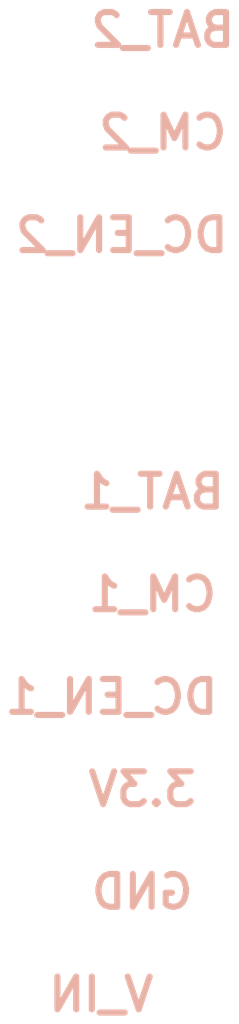
<source format=kicad_pcb>
(kicad_pcb (version 20211014) (generator pcbnew)

  (general
    (thickness 1.6)
  )

  (paper "USLetter")
  (title_block
    (rev "1")
  )

  (layers
    (0 "F.Cu" signal "Front")
    (1 "In1.Cu" signal)
    (2 "In2.Cu" signal)
    (31 "B.Cu" signal "Back")
    (34 "B.Paste" user)
    (35 "F.Paste" user)
    (36 "B.SilkS" user "B.Silkscreen")
    (37 "F.SilkS" user "F.Silkscreen")
    (38 "B.Mask" user)
    (39 "F.Mask" user)
    (44 "Edge.Cuts" user)
    (45 "Margin" user)
    (46 "B.CrtYd" user "B.Courtyard")
    (47 "F.CrtYd" user "F.Courtyard")
    (49 "F.Fab" user)
  )

  (setup
    (stackup
      (layer "F.SilkS" (type "Top Silk Screen"))
      (layer "F.Paste" (type "Top Solder Paste"))
      (layer "F.Mask" (type "Top Solder Mask") (thickness 0.01))
      (layer "F.Cu" (type "copper") (thickness 0.035))
      (layer "dielectric 1" (type "core") (thickness 0.48) (material "FR4") (epsilon_r 4.5) (loss_tangent 0.02))
      (layer "In1.Cu" (type "copper") (thickness 0.035))
      (layer "dielectric 2" (type "prepreg") (thickness 0.48) (material "FR4") (epsilon_r 4.5) (loss_tangent 0.02))
      (layer "In2.Cu" (type "copper") (thickness 0.035))
      (layer "dielectric 3" (type "core") (thickness 0.48) (material "FR4") (epsilon_r 4.5) (loss_tangent 0.02))
      (layer "B.Cu" (type "copper") (thickness 0.035))
      (layer "B.Mask" (type "Bottom Solder Mask") (thickness 0.01))
      (layer "B.Paste" (type "Bottom Solder Paste"))
      (layer "B.SilkS" (type "Bottom Silk Screen"))
      (copper_finish "None")
      (dielectric_constraints no)
    )
    (pad_to_mask_clearance 0)
    (solder_mask_min_width 0.12)
    (pcbplotparams
      (layerselection 0x00010fc_ffffffff)
      (disableapertmacros false)
      (usegerberextensions false)
      (usegerberattributes false)
      (usegerberadvancedattributes false)
      (creategerberjobfile false)
      (svguseinch false)
      (svgprecision 6)
      (excludeedgelayer true)
      (plotframeref false)
      (viasonmask false)
      (mode 1)
      (useauxorigin false)
      (hpglpennumber 1)
      (hpglpenspeed 20)
      (hpglpendiameter 15.000000)
      (dxfpolygonmode true)
      (dxfimperialunits true)
      (dxfusepcbnewfont true)
      (psnegative false)
      (psa4output false)
      (plotreference true)
      (plotvalue false)
      (plotinvisibletext false)
      (sketchpadsonfab false)
      (subtractmaskfromsilk true)
      (outputformat 1)
      (mirror false)
      (drillshape 0)
      (scaleselection 1)
      (outputdirectory "./gerbers")
    )
  )

  (net 0 "")

  (gr_text "DC_EN_2" (at 113.03 90.678) (layer "B.SilkS") (tstamp 272d4951-dba5-4183-afd7-ccab829a7a41)
    (effects (font (size 0.8128 0.8128) (thickness 0.1524)) (justify mirror))
  )
  (gr_text "BAT_1" (at 113.792 97.028) (layer "B.SilkS") (tstamp 32e0bc3d-2c10-44e7-8364-7ef17ed2e50c)
    (effects (font (size 0.8128 0.8128) (thickness 0.1524)) (justify mirror))
  )
  (gr_text "BAT_2" (at 114.046 85.598) (layer "B.SilkS") (tstamp 55f3c4fc-f5b7-4460-b97d-889a255a519f)
    (effects (font (size 0.8128 0.8128) (thickness 0.1524)) (justify mirror))
  )
  (gr_text "V_IN" (at 112.522 109.474) (layer "B.SilkS") (tstamp 6adc68e4-d020-4448-bc19-5bf9ecc1373d)
    (effects (font (size 0.8128 0.8128) (thickness 0.1524)) (justify mirror))
  )
  (gr_text "CM_1" (at 113.792 99.568) (layer "B.SilkS") (tstamp 9dc91029-0a84-4b3f-81a8-90dab21d1ea8)
    (effects (font (size 0.8128 0.8128) (thickness 0.1524)) (justify mirror))
  )
  (gr_text "GND" (at 113.538 106.934) (layer "B.SilkS") (tstamp a6b4c00a-519d-44e2-9385-15cf265d4fc2)
    (effects (font (size 0.8128 0.8128) (thickness 0.1524)) (justify mirror))
  )
  (gr_text "3.3V" (at 113.538 104.394) (layer "B.SilkS") (tstamp a97afe49-f99e-4e86-8a01-777d235a5558)
    (effects (font (size 0.8128 0.8128) (thickness 0.1524)) (justify mirror))
  )
  (gr_text "DC_EN_1" (at 112.776 102.108) (layer "B.SilkS") (tstamp b7fb0bfe-6d47-4627-9a17-7ac02cab6aa6)
    (effects (font (size 0.8128 0.8128) (thickness 0.1524)) (justify mirror))
  )
  (gr_text "CM_2" (at 114.046 88.138) (layer "B.SilkS") (tstamp f675aa04-ce49-4d95-a5a4-f527340c0872)
    (effects (font (size 0.8128 0.8128) (thickness 0.1524)) (justify mirror))
  )

)

</source>
